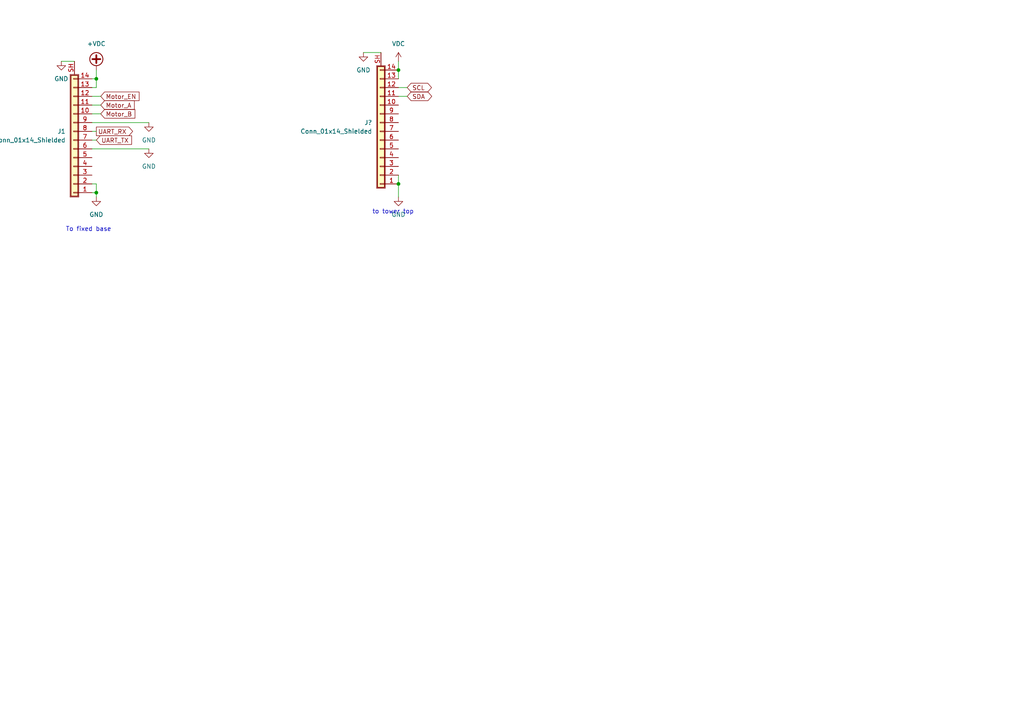
<source format=kicad_sch>
(kicad_sch (version 20211123) (generator eeschema)
  (paper "A4")
  (lib_symbols
    (symbol "Connector_Generic_Shielded:Conn_01x14_Shielded" (pin_names (offset 1.016) hide)
      (property "Reference" "J" (at 0.254 17.526 0))
      (property "Value" "Conn_01x14_Shielded" (at 1.016 -20.066 0))
      (symbol "Conn_01x14_Shielded_1_1"
        (rectangle (start -1.27 16.51) (end 1.27 -19.05) (stroke (width 0.1524)))
        (rectangle (start -1.016 -17.653) (end 0.254 -17.907) (stroke (width 0.1524)))
        (rectangle (start -1.016 -15.113) (end 0.254 -15.367) (stroke (width 0.1524)))
        (rectangle (start -1.016 -12.573) (end 0.254 -12.827) (stroke (width 0.1524)))
        (rectangle (start -1.016 -10.033) (end 0.254 -10.287) (stroke (width 0.1524)))
        (rectangle (start -1.016 -7.493) (end 0.254 -7.747) (stroke (width 0.1524)))
        (rectangle (start -1.016 -4.953) (end 0.254 -5.207) (stroke (width 0.1524)))
        (rectangle (start -1.016 -2.413) (end 0.254 -2.667) (stroke (width 0.1524)))
        (rectangle (start -1.016 0.127) (end 0.254 -0.127) (stroke (width 0.1524)))
        (rectangle (start -1.016 2.667) (end 0.254 2.413) (stroke (width 0.1524)))
        (rectangle (start -1.016 5.207) (end 0.254 4.953) (stroke (width 0.1524)))
        (rectangle (start -1.016 7.747) (end 0.254 7.493) (stroke (width 0.1524)))
        (rectangle (start -1.016 10.287) (end 0.254 10.033) (stroke (width 0.1524)))
        (rectangle (start -1.016 12.827) (end 0.254 12.573) (stroke (width 0.1524)))
        (rectangle (start -1.016 15.367) (end 0.254 15.113) (stroke (width 0.1524)))
        (rectangle (start -1.016 16.256) (end 1.016 -18.796) (stroke (width 0.254)) (fill (type background)))
        (pin passive line (at -5.08 15.24 0) (length 4.064) (name "Pin_1") (number "1"))
        (pin passive line (at -5.08 -7.62 0) (length 4.064) (name "Pin_10") (number "10"))
        (pin passive line (at -5.08 -10.16 0) (length 4.064) (name "Pin_11") (number "11"))
        (pin passive line (at -5.08 -12.7 0) (length 4.064) (name "Pin_12") (number "12"))
        (pin passive line (at -5.08 -15.24 0) (length 4.064) (name "Pin_13") (number "13"))
        (pin passive line (at -5.08 -17.78 0) (length 4.064) (name "Pin_14") (number "14"))
        (pin passive line (at -5.08 12.7 0) (length 4.064) (name "Pin_2") (number "2"))
        (pin passive line (at -5.08 10.16 0) (length 4.064) (name "Pin_3") (number "3"))
        (pin passive line (at -5.08 7.62 0) (length 4.064) (name "Pin_4") (number "4"))
        (pin passive line (at -5.08 5.08 0) (length 4.064) (name "Pin_5") (number "5"))
        (pin passive line (at -5.08 2.54 0) (length 4.064) (name "Pin_6") (number "6"))
        (pin passive line (at -5.08 0 0) (length 4.064) (name "Pin_7") (number "7"))
        (pin passive line (at -5.08 -2.54 0) (length 4.064) (name "Pin_8") (number "8"))
        (pin passive line (at -5.08 -5.08 0) (length 4.064) (name "Pin_9") (number "9"))
        (pin passive line (at 0 -22.86 90) (length 3.81) (name "Shield") (number "SH"))
      )
    )
    (symbol "power:+VDC" (power) (pin_names (offset 0))
      (property "Value" "+VDC" (at 0 6.35 0))
      (symbol "+VDC_0_1"
        (polyline (pts (xy -1.143 3.175) (xy 1.143 3.175)) (stroke (width 0.508)))
        (polyline (pts (xy 0 0) (xy 0 1.27)))
        (polyline (pts (xy 0 2.032) (xy 0 4.318)) (stroke (width 0.508)))
        (circle (center 0 3.175) (radius 1.905) (stroke (width 0.254)))
      )
      (symbol "+VDC_1_1"
        (pin power_in line (at 0 0 90) (length 0) hide (name "+VDC") (number "1"))
      )
    )
    (symbol "power:GND" (power) (pin_names (offset 0))
      (property "Value" "GND" (at 0 -3.81 0))
      (symbol "GND_0_1"
        (polyline (pts (xy 0 0) (xy 0 -1.27) (xy 1.27 -1.27) (xy 0 -2.54) (xy -1.27 -1.27) (xy 0 -1.27)))
      )
      (symbol "GND_1_1"
        (pin power_in line (at 0 0 270) (length 0) hide (name "GND") (number "1"))
      )
    )
    (symbol "power:VDC" (power) (pin_names (offset 0))
      (property "Value" "VDC" (at 0 6.35 0))
      (symbol "VDC_0_1"
        (polyline (pts (xy -0.762 1.27) (xy 0 2.54)))
        (polyline (pts (xy 0 0) (xy 0 2.54)))
        (polyline (pts (xy 0 2.54) (xy 0.762 1.27)))
      )
      (symbol "VDC_1_1"
        (pin power_in line (at 0 0 90) (length 0) hide (name "VDC") (number "1"))
      )
    )
  )
  (junction (at 115.57 20.32))
  (junction (at 27.94 55.88))
  (junction (at 115.57 53.34))
  (junction (at 27.94 22.86))
  (wire (pts (xy 27.94 20.32) (xy 27.94 22.86)))
  (wire (pts (xy 27.94 22.86) (xy 27.94 25.4)))
  (wire (pts (xy 26.67 27.94) (xy 29.21 27.94)))
  (wire (pts (xy 26.67 55.88) (xy 27.94 55.88)))
  (wire (pts (xy 26.67 33.02) (xy 29.21 33.02)))
  (wire (pts (xy 26.67 38.1) (xy 27.94 38.1)))
  (wire (pts (xy 105.41 15.24) (xy 110.49 15.24)))
  (wire (pts (xy 115.57 27.94) (xy 118.11 27.94)))
  (wire (pts (xy 26.67 40.64) (xy 27.94 40.64)))
  (wire (pts (xy 115.57 17.78) (xy 115.57 20.32)))
  (wire (pts (xy 115.57 25.4) (xy 118.11 25.4)))
  (wire (pts (xy 26.67 30.48) (xy 29.21 30.48)))
  (wire (pts (xy 26.67 25.4) (xy 27.94 25.4)))
  (wire (pts (xy 115.57 50.8) (xy 115.57 53.34)))
  (wire (pts (xy 27.94 55.88) (xy 27.94 57.15)))
  (wire (pts (xy 26.67 53.34) (xy 27.94 53.34)))
  (wire (pts (xy 26.67 22.86) (xy 27.94 22.86)))
  (wire (pts (xy 115.57 53.34) (xy 115.57 57.15)))
  (wire (pts (xy 26.67 43.18) (xy 43.18 43.18)))
  (wire (pts (xy 26.67 35.56) (xy 43.18 35.56)))
  (wire (pts (xy 115.57 20.32) (xy 115.57 22.86)))
  (wire (pts (xy 27.94 53.34) (xy 27.94 55.88)))
  (wire (pts (xy 17.78 17.78) (xy 21.59 17.78)))
  (text "To fixed base" (at 19.05 67.31 0) (effects (font (size 1.27 1.27)) (justify left bottom)))
  (text "to tower top" (at 107.95 62.23 0) (effects (font (size 1.27 1.27)) (justify left bottom)))
  (global_label "UART_RX" (shape output) (at 27.94 38.1 0) (property "Intersheet References" "${INTERSHEET_REFS}" (effects hide)))
  (global_label "SCL" (shape bidirectional) (at 118.11 25.4 0) (property "Intersheet References" "${INTERSHEET_REFS}" (effects hide)))
  (global_label "Motor_A" (shape input) (at 29.21 30.48 0) (property "Intersheet References" "${INTERSHEET_REFS}" (effects hide)))
  (global_label "Motor_B" (shape input) (at 29.21 33.02 0) (property "Intersheet References" "${INTERSHEET_REFS}" (effects hide)))
  (global_label "SDA" (shape bidirectional) (at 118.11 27.94 0) (property "Intersheet References" "${INTERSHEET_REFS}" (effects hide)))
  (global_label "Motor_EN" (shape input) (at 29.21 27.94 0) (property "Intersheet References" "${INTERSHEET_REFS}" (effects hide)))
  (global_label "UART_TX" (shape input) (at 27.94 40.64 0) (property "Intersheet References" "${INTERSHEET_REFS}" (effects hide)))
  (symbol (lib_id "power:+VDC") (at 27.94 20.32 0) (unit 1)
    (property "Reference" "#PWR024" (effects hide))
    (property "Value" "+VDC" (at 27.94 12.7 0))
  )
  (symbol (lib_id "power:GND") (at 17.78 17.78 0) (unit 1)
    (property "Reference" "#PWR023" (effects hide))
    (property "Value" "GND" (at 17.78 22.86 0))
  )
  (symbol (lib_id "power:VDC") (at 115.57 17.78 0) (unit 1)
    (property "Reference" "#PWR?" (effects hide))
    (property "Value" "VDC" (at 115.57 12.7 0))
  )
  (symbol (lib_id "power:GND") (at 105.41 15.24 0) (unit 1)
    (property "Reference" "#PWR?" (effects hide))
    (property "Value" "GND" (at 105.41 20.32 0))
  )
  (symbol (lib_id "power:GND") (at 115.57 57.15 0) (unit 1)
    (property "Reference" "#PWR?" (effects hide))
    (property "Value" "GND" (at 115.57 62.23 0))
  )
  (symbol (lib_id "power:GND") (at 43.18 35.56 0) (unit 1)
    (property "Reference" "#PWR?" (effects hide))
    (property "Value" "GND" (at 43.18 40.64 0))
  )
  (symbol (lib_id "Connector_Generic_Shielded:Conn_01x14_Shielded") (at 21.59 40.64 180) (unit 1)
    (property "Reference" "J1" (at 19.05 38.0999 0) (effects (justify left)))
    (property "Value" "Conn_01x14_Shielded" (at 19.05 40.6399 0) (effects (justify left)))
    (property "Footprint" "Library:FPC 2x7 p=1mm" (effects hide))
  )
  (symbol (lib_id "Connector_Generic_Shielded:Conn_01x14_Shielded") (at 110.49 38.1 180) (unit 1)
    (property "Reference" "J?" (at 107.95 35.5599 0) (effects (justify left)))
    (property "Value" "Conn_01x14_Shielded" (at 107.95 38.0999 0) (effects (justify left)))
    (property "Footprint" "Library:FPC 2x7 p=1mm" (effects hide))
  )
  (symbol (lib_id "power:GND") (at 27.94 57.15 0) (unit 1)
    (property "Reference" "#PWR025" (effects hide))
    (property "Value" "GND" (at 27.94 62.23 0))
  )
  (symbol (lib_id "power:GND") (at 43.18 43.18 0) (unit 1)
    (property "Reference" "#PWR?" (effects hide))
    (property "Value" "GND" (at 43.18 48.26 0))
  )
)
</source>
